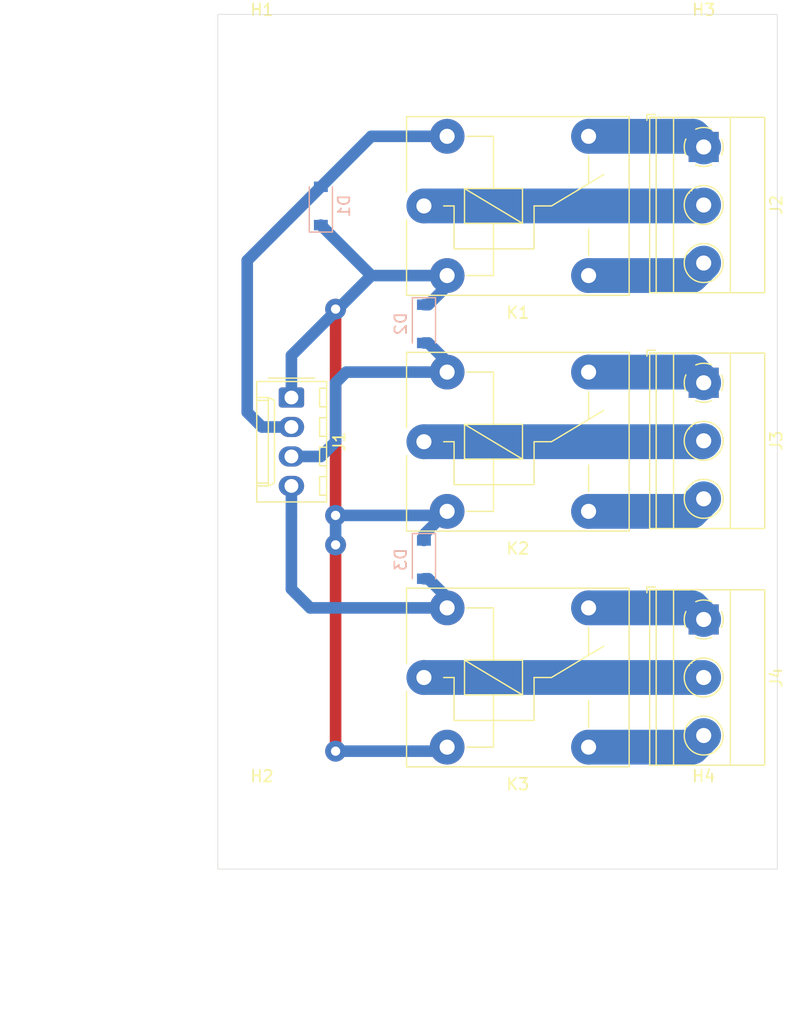
<source format=kicad_pcb>
(kicad_pcb (version 20221018) (generator pcbnew)
  (layers (0 "F.Cu" signal) (31 "B.Cu" signal) (34 "B.Paste" user) (35 "F.Paste" user) (36 "B.SilkS" user "B.Silkscreen") (37 "F.SilkS" user "F.Silkscreen") (38 "B.Mask" user) (39 "F.Mask" user) (44 "Edge.Cuts" user))
  (net 0 "")
  (net 1 "Net-(D1-Pad2)")
  (net 2 "VCC")
  (net 3 "Net-(D2-Pad2)")
  (net 4 "Net-(D3-Pad2)")
  (net 5 "Net-(J2-Pad3)")
  (net 6 "Net-(J2-Pad2)")
  (net 7 "Net-(J2-Pad1)")
  (net 8 "Net-(J3-Pad3)")
  (net 9 "Net-(J3-Pad2)")
  (net 10 "Net-(J3-Pad1)")
  (net 11 "Net-(J4-Pad3)")
  (net 12 "Net-(J4-Pad2)")
  (net 13 "Net-(J4-Pad1)")
  (footprint "TerminalBlock_Phoenix:TerminalBlock_Phoenix_MKDS-1,5-3_1x03_P5.00mm_Horizontal" (layer "F.Cu") (at 118.11 64.77 -90)
    (fp_text reference "J2" (at 5 -6.26 90) (layer "F.SilkS"))
    (fp_text value "Screw_Terminal_01x03")
    (fp_line (start -2.8 4.16) (end -2.8 4.9) (stroke (width 0.12)) (layer "F.SilkS"))
    (fp_line (start -2.8 4.9) (end -2.3 4.9) (stroke (width 0.12)) (layer "F.SilkS"))
    (fp_line (start -2.56 -5.261) (end -2.56 4.66) (stroke (width 0.12)) (layer "F.SilkS"))
    (fp_line (start -2.56 -5.261) (end 12.56 -5.261) (stroke (width 0.12)) (layer "F.SilkS"))
    (fp_line (start -2.56 -2.301) (end 12.56 -2.301) (stroke (width 0.12)) (layer "F.SilkS"))
    (fp_line (start -2.56 2.6) (end 12.56 2.6) (stroke (width 0.12)) (layer "F.SilkS"))
    (fp_line (start -2.56 4.1) (end 12.56 4.1) (stroke (width 0.12)) (layer "F.SilkS"))
    (fp_line (start -2.56 4.66) (end 12.56 4.66) (stroke (width 0.12)) (layer "F.SilkS"))
    (fp_line (start 3.773 1.023) (end 3.726 1.069) (stroke (width 0.12)) (layer "F.SilkS"))
    (fp_line (start 3.966 1.239) (end 3.931 1.274) (stroke (width 0.12)) (layer "F.SilkS"))
    (fp_line (start 6.07 -1.275) (end 6.035 -1.239) (stroke (width 0.12)) (layer "F.SilkS"))
    (fp_line (start 6.275 -1.069) (end 6.228 -1.023) (stroke (width 0.12)) (layer "F.SilkS"))
    (fp_line (start 8.773 1.023) (end 8.726 1.069) (stroke (width 0.12)) (layer "F.SilkS"))
    (fp_line (start 8.966 1.239) (end 8.931 1.274) (stroke (width 0.12)) (layer "F.SilkS"))
    (fp_line (start 11.07 -1.275) (end 11.035 -1.239) (stroke (width 0.12)) (layer "F.SilkS"))
    (fp_line (start 11.275 -1.069) (end 11.228 -1.023) (stroke (width 0.12)) (layer "F.SilkS"))
    (fp_line (start 12.56 -5.261) (end 12.56 4.66) (stroke (width 0.12)) (layer "F.SilkS"))
    (fp_arc (start -1.535427 0.683042) (mid -1.680501 -0.000524) (end -1.535 -0.684) (stroke (width 0.12)) (layer "F.SilkS"))
    (fp_arc (start -0.683042 -1.535427) (mid 0.000524 -1.680501) (end 0.684 -1.535) (stroke (width 0.12)) (layer "F.SilkS"))
    (fp_arc (start 0.028805 1.680253) (mid -0.335551 1.646659) (end -0.684 1.535) (stroke (width 0.12)) (layer "F.SilkS"))
    (fp_arc (start 0.683318 1.534756) (mid 0.349292 1.643288) (end 0 1.68) (stroke (width 0.12)) (layer "F.SilkS"))
    (fp_arc (start 1.535427 -0.683042) (mid 1.680501 0.000524) (end 1.535 0.684) (stroke (width 0.12)) (layer "F.SilkS"))
    (fp_circle (center 5 0) (end 6.68 0) (stroke (width 0.12)) (fill none) (layer "F.SilkS"))
    (fp_circle (center 10 0) (end 11.68 0) (stroke (width 0.12)) (fill none) (layer "F.SilkS"))
    (pad "1" thru_hole rect (at 0 0 270) (size 2.6 2.6) (drill 1.3) (layers "*.Cu" "*.Mask") (net 7 "Net-(J2-Pad1)"))
    (pad "2" thru_hole circle (at 5 0 270) (size 2.6 2.6) (drill 1.3) (layers "*.Cu" "*.Mask") (net 6 "Net-(J2-Pad2)"))
    (pad "3" thru_hole circle (at 10 0 270) (size 2.6 2.6) (drill 1.3) (layers "*.Cu" "*.Mask") (net 5 "Net-(J2-Pad3)"))
  )
  (footprint "TerminalBlock_Phoenix:TerminalBlock_Phoenix_MKDS-1,5-3_1x03_P5.00mm_Horizontal" (layer "F.Cu") (at 118.11 85.09 -90)
    (fp_text reference "J3" (at 5 -6.26 90) (layer "F.SilkS"))
    (fp_text value "Screw_Terminal_01x03")
    (fp_line (start -2.8 4.16) (end -2.8 4.9) (stroke (width 0.12)) (layer "F.SilkS"))
    (fp_line (start -2.8 4.9) (end -2.3 4.9) (stroke (width 0.12)) (layer "F.SilkS"))
    (fp_line (start -2.56 -5.261) (end -2.56 4.66) (stroke (width 0.12)) (layer "F.SilkS"))
    (fp_line (start -2.56 -5.261) (end 12.56 -5.261) (stroke (width 0.12)) (layer "F.SilkS"))
    (fp_line (start -2.56 -2.301) (end 12.56 -2.301) (stroke (width 0.12)) (layer "F.SilkS"))
    (fp_line (start -2.56 2.6) (end 12.56 2.6) (stroke (width 0.12)) (layer "F.SilkS"))
    (fp_line (start -2.56 4.1) (end 12.56 4.1) (stroke (width 0.12)) (layer "F.SilkS"))
    (fp_line (start -2.56 4.66) (end 12.56 4.66) (stroke (width 0.12)) (layer "F.SilkS"))
    (fp_line (start 3.773 1.023) (end 3.726 1.069) (stroke (width 0.12)) (layer "F.SilkS"))
    (fp_line (start 3.966 1.239) (end 3.931 1.274) (stroke (width 0.12)) (layer "F.SilkS"))
    (fp_line (start 6.07 -1.275) (end 6.035 -1.239) (stroke (width 0.12)) (layer "F.SilkS"))
    (fp_line (start 6.275 -1.069) (end 6.228 -1.023) (stroke (width 0.12)) (layer "F.SilkS"))
    (fp_line (start 8.773 1.023) (end 8.726 1.069) (stroke (width 0.12)) (layer "F.SilkS"))
    (fp_line (start 8.966 1.239) (end 8.931 1.274) (stroke (width 0.12)) (layer "F.SilkS"))
    (fp_line (start 11.07 -1.275) (end 11.035 -1.239) (stroke (width 0.12)) (layer "F.SilkS"))
    (fp_line (start 11.275 -1.069) (end 11.228 -1.023) (stroke (width 0.12)) (layer "F.SilkS"))
    (fp_line (start 12.56 -5.261) (end 12.56 4.66) (stroke (width 0.12)) (layer "F.SilkS"))
    (fp_arc (start -1.535427 0.683042) (mid -1.680501 -0.000524) (end -1.535 -0.684) (stroke (width 0.12)) (layer "F.SilkS"))
    (fp_arc (start -0.683042 -1.535427) (mid 0.000524 -1.680501) (end 0.684 -1.535) (stroke (width 0.12)) (layer "F.SilkS"))
    (fp_arc (start 0.028805 1.680253) (mid -0.335551 1.646659) (end -0.684 1.535) (stroke (width 0.12)) (layer "F.SilkS"))
    (fp_arc (start 0.683318 1.534756) (mid 0.349292 1.643288) (end 0 1.68) (stroke (width 0.12)) (layer "F.SilkS"))
    (fp_arc (start 1.535427 -0.683042) (mid 1.680501 0.000524) (end 1.535 0.684) (stroke (width 0.12)) (layer "F.SilkS"))
    (fp_circle (center 5 0) (end 6.68 0) (stroke (width 0.12)) (fill none) (layer "F.SilkS"))
    (fp_circle (center 10 0) (end 11.68 0) (stroke (width 0.12)) (fill none) (layer "F.SilkS"))
    (pad "1" thru_hole rect (at 0 0 270) (size 2.6 2.6) (drill 1.3) (layers "*.Cu" "*.Mask") (net 10 "Net-(J3-Pad1)"))
    (pad "2" thru_hole circle (at 5 0 270) (size 2.6 2.6) (drill 1.3) (layers "*.Cu" "*.Mask") (net 9 "Net-(J3-Pad2)"))
    (pad "3" thru_hole circle (at 10 0 270) (size 2.6 2.6) (drill 1.3) (layers "*.Cu" "*.Mask") (net 8 "Net-(J3-Pad3)"))
  )
  (footprint "TerminalBlock_Phoenix:TerminalBlock_Phoenix_MKDS-1,5-3_1x03_P5.00mm_Horizontal" (layer "F.Cu") (at 118.11 105.49 -90)
    (fp_text reference "J4" (at 5 -6.26 90) (layer "F.SilkS"))
    (fp_text value "Screw_Terminal_01x03")
    (fp_line (start -2.8 4.16) (end -2.8 4.9) (stroke (width 0.12)) (layer "F.SilkS"))
    (fp_line (start -2.8 4.9) (end -2.3 4.9) (stroke (width 0.12)) (layer "F.SilkS"))
    (fp_line (start -2.56 -5.261) (end -2.56 4.66) (stroke (width 0.12)) (layer "F.SilkS"))
    (fp_line (start -2.56 -5.261) (end 12.56 -5.261) (stroke (width 0.12)) (layer "F.SilkS"))
    (fp_line (start -2.56 -2.301) (end 12.56 -2.301) (stroke (width 0.12)) (layer "F.SilkS"))
    (fp_line (start -2.56 2.6) (end 12.56 2.6) (stroke (width 0.12)) (layer "F.SilkS"))
    (fp_line (start -2.56 4.1) (end 12.56 4.1) (stroke (width 0.12)) (layer "F.SilkS"))
    (fp_line (start -2.56 4.66) (end 12.56 4.66) (stroke (width 0.12)) (layer "F.SilkS"))
    (fp_line (start 3.773 1.023) (end 3.726 1.069) (stroke (width 0.12)) (layer "F.SilkS"))
    (fp_line (start 3.966 1.239) (end 3.931 1.274) (stroke (width 0.12)) (layer "F.SilkS"))
    (fp_line (start 6.07 -1.275) (end 6.035 -1.239) (stroke (width 0.12)) (layer "F.SilkS"))
    (fp_line (start 6.275 -1.069) (end 6.228 -1.023) (stroke (width 0.12)) (layer "F.SilkS"))
    (fp_line (start 8.773 1.023) (end 8.726 1.069) (stroke (width 0.12)) (layer "F.SilkS"))
    (fp_line (start 8.966 1.239) (end 8.931 1.274) (stroke (width 0.12)) (layer "F.SilkS"))
    (fp_line (start 11.07 -1.275) (end 11.035 -1.239) (stroke (width 0.12)) (layer "F.SilkS"))
    (fp_line (start 11.275 -1.069) (end 11.228 -1.023) (stroke (width 0.12)) (layer "F.SilkS"))
    (fp_line (start 12.56 -5.261) (end 12.56 4.66) (stroke (width 0.12)) (layer "F.SilkS"))
    (fp_arc (start -1.535427 0.683042) (mid -1.680501 -0.000524) (end -1.535 -0.684) (stroke (width 0.12)) (layer "F.SilkS"))
    (fp_arc (start -0.683042 -1.535427) (mid 0.000524 -1.680501) (end 0.684 -1.535) (stroke (width 0.12)) (layer "F.SilkS"))
    (fp_arc (start 0.028805 1.680253) (mid -0.335551 1.646659) (end -0.684 1.535) (stroke (width 0.12)) (layer "F.SilkS"))
    (fp_arc (start 0.683318 1.534756) (mid 0.349292 1.643288) (end 0 1.68) (stroke (width 0.12)) (layer "F.SilkS"))
    (fp_arc (start 1.535427 -0.683042) (mid 1.680501 0.000524) (end 1.535 0.684) (stroke (width 0.12)) (layer "F.SilkS"))
    (fp_circle (center 5 0) (end 6.68 0) (stroke (width 0.12)) (fill none) (layer "F.SilkS"))
    (fp_circle (center 10 0) (end 11.68 0) (stroke (width 0.12)) (fill none) (layer "F.SilkS"))
    (pad "1" thru_hole rect (at 0 0 270) (size 2.6 2.6) (drill 1.3) (layers "*.Cu" "*.Mask") (net 13 "Net-(J4-Pad1)"))
    (pad "2" thru_hole circle (at 5 0 270) (size 2.6 2.6) (drill 1.3) (layers "*.Cu" "*.Mask") (net 12 "Net-(J4-Pad2)"))
    (pad "3" thru_hole circle (at 10 0 270) (size 2.6 2.6) (drill 1.3) (layers "*.Cu" "*.Mask") (net 11 "Net-(J4-Pad3)"))
  )
  (footprint "Relay_THT:Relay_SPDT_Finder_36.11" (layer "F.Cu") (at 93.98 90.17)
    (fp_text reference "K2" (at 8.1 9.2) (layer "F.SilkS"))
    (fp_text value "LEG-12F")
    (fp_line (start -1.5 -7.7) (end -1.5 -1.2) (stroke (width 0.12)) (layer "F.SilkS"))
    (fp_line (start -1.5 -7.7) (end 17.7 -7.7) (stroke (width 0.12)) (layer "F.SilkS"))
    (fp_line (start -1.5 1.2) (end -1.5 7.7) (stroke (width 0.12)) (layer "F.SilkS"))
    (fp_line (start 2.6 0) (end 1.7 0) (stroke (width 0.12)) (layer "F.SilkS"))
    (fp_line (start 2.6 0) (end 2.6 3.7) (stroke (width 0.12)) (layer "F.SilkS"))
    (fp_line (start 3.5 -1.5) (end 8.5 -1.5) (stroke (width 0.12)) (layer "F.SilkS"))
    (fp_line (start 3.5 1.5) (end 3.5 -1.5) (stroke (width 0.12)) (layer "F.SilkS"))
    (fp_line (start 3.7 6) (end 6 6) (stroke (width 0.12)) (layer "F.SilkS"))
    (fp_line (start 6 -6) (end 3.7 -6) (stroke (width 0.12)) (layer "F.SilkS"))
    (fp_line (start 6 -6) (end 6 -1.5) (stroke (width 0.12)) (layer "F.SilkS"))
    (fp_line (start 6 1.5) (end 6 6) (stroke (width 0.12)) (layer "F.SilkS"))
    (fp_line (start 8.5 -1.5) (end 8.5 1.5) (stroke (width 0.12)) (layer "F.SilkS"))
    (fp_line (start 8.5 1.5) (end 3.5 -1.5) (stroke (width 0.12)) (layer "F.SilkS"))
    (fp_line (start 8.5 1.5) (end 3.5 1.5) (stroke (width 0.12)) (layer "F.SilkS"))
    (fp_line (start 9.5 0) (end 9.5 3.7) (stroke (width 0.12)) (layer "F.SilkS"))
    (fp_line (start 9.5 0) (end 11 0) (stroke (width 0.12)) (layer "F.SilkS"))
    (fp_line (start 9.5 3.7) (end 2.6 3.7) (stroke (width 0.12)) (layer "F.SilkS"))
    (fp_line (start 11 0) (end 15.5 -2.7) (stroke (width 0.12)) (layer "F.SilkS"))
    (fp_line (start 14.2 -4.3) (end 14.2 -2) (stroke (width 0.12)) (layer "F.SilkS"))
    (fp_line (start 14.2 4.3) (end 14.2 2) (stroke (width 0.12)) (layer "F.SilkS"))
    (fp_line (start 17.7 -7.7) (end 17.7 7.7) (stroke (width 0.12)) (layer "F.SilkS"))
    (fp_line (start 17.7 7.7) (end -1.5 7.7) (stroke (width 0.12)) (layer "F.SilkS"))
    (pad "11" thru_hole circle (at 0 0) (size 3 3) (drill 1.3) (layers "*.Cu" "*.Mask") (net 9 "Net-(J3-Pad2)"))
    (pad "12" thru_hole circle (at 14.2 -6) (size 3 3) (drill 1.3) (layers "*.Cu" "*.Mask") (net 10 "Net-(J3-Pad1)"))
    (pad "14" thru_hole circle (at 14.2 6) (size 3 3) (drill 1.3) (layers "*.Cu" "*.Mask") (net 8 "Net-(J3-Pad3)"))
    (pad "A1" thru_hole circle (at 2 6) (size 3 3) (drill 1.3) (layers "*.Cu" "*.Mask") (net 2 "VCC"))
    (pad "A2" thru_hole circle (at 2 -6) (size 3 3) (drill 1.3) (layers "*.Cu" "*.Mask") (net 3 "Net-(D2-Pad2)"))
  )
  (footprint "Connector_Molex:Molex_KK-254_AE-6410-04A_1x04_P2.54mm_Vertical" (layer "F.Cu") (at 82.55 86.36 -90)
    (fp_text reference "J1" (at 3.81 -4.12 90) (layer "F.SilkS"))
    (fp_text value "Conn_01x04")
    (fp_line (start -1.67 -2) (end -1.67 2) (stroke (width 0.12)) (layer "F.SilkS"))
    (fp_line (start -1.38 -3.03) (end -1.38 2.99) (stroke (width 0.12)) (layer "F.SilkS"))
    (fp_line (start -1.38 2.99) (end 9 2.99) (stroke (width 0.12)) (layer "F.SilkS"))
    (fp_line (start -0.8 -3.03) (end -0.8 -2.43) (stroke (width 0.12)) (layer "F.SilkS"))
    (fp_line (start -0.8 -2.43) (end 0.8 -2.43) (stroke (width 0.12)) (layer "F.SilkS"))
    (fp_line (start 0 1.99) (end 0.25 1.46) (stroke (width 0.12)) (layer "F.SilkS"))
    (fp_line (start 0 1.99) (end 7.62 1.99) (stroke (width 0.12)) (layer "F.SilkS"))
    (fp_line (start 0 2.99) (end 0 1.99) (stroke (width 0.12)) (layer "F.SilkS"))
    (fp_line (start 0.25 1.46) (end 7.37 1.46) (stroke (width 0.12)) (layer "F.SilkS"))
    (fp_line (start 0.25 2.99) (end 0.25 1.99) (stroke (width 0.12)) (layer "F.SilkS"))
    (fp_line (start 0.8 -2.43) (end 0.8 -3.03) (stroke (width 0.12)) (layer "F.SilkS"))
    (fp_line (start 1.74 -3.03) (end 1.74 -2.43) (stroke (width 0.12)) (layer "F.SilkS"))
    (fp_line (start 1.74 -2.43) (end 3.34 -2.43) (stroke (width 0.12)) (layer "F.SilkS"))
    (fp_line (start 3.34 -2.43) (end 3.34 -3.03) (stroke (width 0.12)) (layer "F.SilkS"))
    (fp_line (start 4.28 -3.03) (end 4.28 -2.43) (stroke (width 0.12)) (layer "F.SilkS"))
    (fp_line (start 4.28 -2.43) (end 5.88 -2.43) (stroke (width 0.12)) (layer "F.SilkS"))
    (fp_line (start 5.88 -2.43) (end 5.88 -3.03) (stroke (width 0.12)) (layer "F.SilkS"))
    (fp_line (start 6.82 -3.03) (end 6.82 -2.43) (stroke (width 0.12)) (layer "F.SilkS"))
    (fp_line (start 6.82 -2.43) (end 8.42 -2.43) (stroke (width 0.12)) (layer "F.SilkS"))
    (fp_line (start 7.37 1.46) (end 7.62 1.99) (stroke (width 0.12)) (layer "F.SilkS"))
    (fp_line (start 7.37 2.99) (end 7.37 1.99) (stroke (width 0.12)) (layer "F.SilkS"))
    (fp_line (start 7.62 1.99) (end 7.62 2.99) (stroke (width 0.12)) (layer "F.SilkS"))
    (fp_line (start 8.42 -2.43) (end 8.42 -3.03) (stroke (width 0.12)) (layer "F.SilkS"))
    (fp_line (start 9 -3.03) (end -1.38 -3.03) (stroke (width 0.12)) (layer "F.SilkS"))
    (fp_line (start 9 2.99) (end 9 -3.03) (stroke (width 0.12)) (layer "F.SilkS"))
    (pad "1" thru_hole roundrect (at 0 0 270) (size 1.74 2.19) (drill 1.19) (layers "*.Cu" "*.Mask") (roundrect_rratio 0.1436775862) (net 2 "VCC"))
    (pad "2" thru_hole oval (at 2.54 0 270) (size 1.74 2.19) (drill 1.19) (layers "*.Cu" "*.Mask") (net 1 "Net-(D1-Pad2)"))
    (pad "3" thru_hole oval (at 5.08 0 270) (size 1.74 2.19) (drill 1.19) (layers "*.Cu" "*.Mask") (net 3 "Net-(D2-Pad2)"))
    (pad "4" thru_hole oval (at 7.62 0 270) (size 1.74 2.19) (drill 1.19) (layers "*.Cu" "*.Mask") (net 4 "Net-(D3-Pad2)"))
  )
  (footprint "Relay_THT:Relay_SPDT_Finder_36.11" (layer "F.Cu") (at 93.98 69.85)
    (fp_text reference "K1" (at 8.1 9.2) (layer "F.SilkS"))
    (fp_text value "LEG-12F")
    (fp_line (start -1.5 -7.7) (end -1.5 -1.2) (stroke (width 0.12)) (layer "F.SilkS"))
    (fp_line (start -1.5 -7.7) (end 17.7 -7.7) (stroke (width 0.12)) (layer "F.SilkS"))
    (fp_line (start -1.5 1.2) (end -1.5 7.7) (stroke (width 0.12)) (layer "F.SilkS"))
    (fp_line (start 2.6 0) (end 1.7 0) (stroke (width 0.12)) (layer "F.SilkS"))
    (fp_line (start 2.6 0) (end 2.6 3.7) (stroke (width 0.12)) (layer "F.SilkS"))
    (fp_line (start 3.5 -1.5) (end 8.5 -1.5) (stroke (width 0.12)) (layer "F.SilkS"))
    (fp_line (start 3.5 1.5) (end 3.5 -1.5) (stroke (width 0.12)) (layer "F.SilkS"))
    (fp_line (start 3.7 6) (end 6 6) (stroke (width 0.12)) (layer "F.SilkS"))
    (fp_line (start 6 -6) (end 3.7 -6) (stroke (width 0.12)) (layer "F.SilkS"))
    (fp_line (start 6 -6) (end 6 -1.5) (stroke (width 0.12)) (layer "F.SilkS"))
    (fp_line (start 6 1.5) (end 6 6) (stroke (width 0.12)) (layer "F.SilkS"))
    (fp_line (start 8.5 -1.5) (end 8.5 1.5) (stroke (width 0.12)) (layer "F.SilkS"))
    (fp_line (start 8.5 1.5) (end 3.5 -1.5) (stroke (width 0.12)) (layer "F.SilkS"))
    (fp_line (start 8.5 1.5) (end 3.5 1.5) (stroke (width 0.12)) (layer "F.SilkS"))
    (fp_line (start 9.5 0) (end 9.5 3.7) (stroke (width 0.12)) (layer "F.SilkS"))
    (fp_line (start 9.5 0) (end 11 0) (stroke (width 0.12)) (layer "F.SilkS"))
    (fp_line (start 9.5 3.7) (end 2.6 3.7) (stroke (width 0.12)) (layer "F.SilkS"))
    (fp_line (start 11 0) (end 15.5 -2.7) (stroke (width 0.12)) (layer "F.SilkS"))
    (fp_line (start 14.2 -4.3) (end 14.2 -2) (stroke (width 0.12)) (layer "F.SilkS"))
    (fp_line (start 14.2 4.3) (end 14.2 2) (stroke (width 0.12)) (layer "F.SilkS"))
    (fp_line (start 17.7 -7.7) (end 17.7 7.7) (stroke (width 0.12)) (layer "F.SilkS"))
    (fp_line (start 17.7 7.7) (end -1.5 7.7) (stroke (width 0.12)) (layer "F.SilkS"))
    (pad "11" thru_hole circle (at 0 0) (size 3 3) (drill 1.3) (layers "*.Cu" "*.Mask") (net 6 "Net-(J2-Pad2)"))
    (pad "12" thru_hole circle (at 14.2 -6) (size 3 3) (drill 1.3) (layers "*.Cu" "*.Mask") (net 7 "Net-(J2-Pad1)"))
    (pad "14" thru_hole circle (at 14.2 6) (size 3 3) (drill 1.3) (layers "*.Cu" "*.Mask") (net 5 "Net-(J2-Pad3)"))
    (pad "A1" thru_hole circle (at 2 6) (size 3 3) (drill 1.3) (layers "*.Cu" "*.Mask") (net 2 "VCC"))
    (pad "A2" thru_hole circle (at 2 -6) (size 3 3) (drill 1.3) (layers "*.Cu" "*.Mask") (net 1 "Net-(D1-Pad2)"))
  )
  (footprint "Relay_THT:Relay_SPDT_Finder_36.11" (layer "F.Cu") (at 93.98 110.49)
    (fp_text reference "K3" (at 8.1 9.2) (layer "F.SilkS"))
    (fp_text value "LEG-12F")
    (fp_line (start -1.5 -7.7) (end -1.5 -1.2) (stroke (width 0.12)) (layer "F.SilkS"))
    (fp_line (start -1.5 -7.7) (end 17.7 -7.7) (stroke (width 0.12)) (layer "F.SilkS"))
    (fp_line (start -1.5 1.2) (end -1.5 7.7) (stroke (width 0.12)) (layer "F.SilkS"))
    (fp_line (start 2.6 0) (end 1.7 0) (stroke (width 0.12)) (layer "F.SilkS"))
    (fp_line (start 2.6 0) (end 2.6 3.7) (stroke (width 0.12)) (layer "F.SilkS"))
    (fp_line (start 3.5 -1.5) (end 8.5 -1.5) (stroke (width 0.12)) (layer "F.SilkS"))
    (fp_line (start 3.5 1.5) (end 3.5 -1.5) (stroke (width 0.12)) (layer "F.SilkS"))
    (fp_line (start 3.7 6) (end 6 6) (stroke (width 0.12)) (layer "F.SilkS"))
    (fp_line (start 6 -6) (end 3.7 -6) (stroke (width 0.12)) (layer "F.SilkS"))
    (fp_line (start 6 -6) (end 6 -1.5) (stroke (width 0.12)) (layer "F.SilkS"))
    (fp_line (start 6 1.5) (end 6 6) (stroke (width 0.12)) (layer "F.SilkS"))
    (fp_line (start 8.5 -1.5) (end 8.5 1.5) (stroke (width 0.12)) (layer "F.SilkS"))
    (fp_line (start 8.5 1.5) (end 3.5 -1.5) (stroke (width 0.12)) (layer "F.SilkS"))
    (fp_line (start 8.5 1.5) (end 3.5 1.5) (stroke (width 0.12)) (layer "F.SilkS"))
    (fp_line (start 9.5 0) (end 9.5 3.7) (stroke (width 0.12)) (layer "F.SilkS"))
    (fp_line (start 9.5 0) (end 11 0) (stroke (width 0.12)) (layer "F.SilkS"))
    (fp_line (start 9.5 3.7) (end 2.6 3.7) (stroke (width 0.12)) (layer "F.SilkS"))
    (fp_line (start 11 0) (end 15.5 -2.7) (stroke (width 0.12)) (layer "F.SilkS"))
    (fp_line (start 14.2 -4.3) (end 14.2 -2) (stroke (width 0.12)) (layer "F.SilkS"))
    (fp_line (start 14.2 4.3) (end 14.2 2) (stroke (width 0.12)) (layer "F.SilkS"))
    (fp_line (start 17.7 -7.7) (end 17.7 7.7) (stroke (width 0.12)) (layer "F.SilkS"))
    (fp_line (start 17.7 7.7) (end -1.5 7.7) (stroke (width 0.12)) (layer "F.SilkS"))
    (pad "11" thru_hole circle (at 0 0) (size 3 3) (drill 1.3) (layers "*.Cu" "*.Mask") (net 12 "Net-(J4-Pad2)"))
    (pad "12" thru_hole circle (at 14.2 -6) (size 3 3) (drill 1.3) (layers "*.Cu" "*.Mask") (net 13 "Net-(J4-Pad1)"))
    (pad "14" thru_hole circle (at 14.2 6) (size 3 3) (drill 1.3) (layers "*.Cu" "*.Mask") (net 11 "Net-(J4-Pad3)"))
    (pad "A1" thru_hole circle (at 2 6) (size 3 3) (drill 1.3) (layers "*.Cu" "*.Mask") (net 2 "VCC"))
    (pad "A2" thru_hole circle (at 2 -6) (size 3 3) (drill 1.3) (layers "*.Cu" "*.Mask") (net 4 "Net-(D3-Pad2)"))
  )
  (footprint "MountingHole:MountingHole_3.2mm_M3" (layer "F.Cu") (at 80.01 57.15)
    (fp_text reference "H1" (at 0 -4.2) (layer "F.SilkS"))
    (fp_text value "MountingHole")
    (pad "" np_thru_hole circle (at 0 0) (size 3.2 3.2) (drill 3.2) (layers "*.Cu" "*.Mask"))
  )
  (footprint "MountingHole:MountingHole_3.2mm_M3" (layer "F.Cu") (at 80.01 123.19)
    (fp_text reference "H2" (at 0 -4.2) (layer "F.SilkS"))
    (fp_text value "MountingHole")
    (pad "" np_thru_hole circle (at 0 0) (size 3.2 3.2) (drill 3.2) (layers "*.Cu" "*.Mask"))
  )
  (footprint "MountingHole:MountingHole_3.2mm_M3" (layer "F.Cu") (at 118.11 57.15)
    (fp_text reference "H3" (at 0 -4.2) (layer "F.SilkS"))
    (fp_text value "MountingHole")
    (pad "" np_thru_hole circle (at 0 0) (size 3.2 3.2) (drill 3.2) (layers "*.Cu" "*.Mask"))
  )
  (footprint "MountingHole:MountingHole_3.2mm_M3" (layer "F.Cu") (at 118.11 123.19)
    (fp_text reference "H4" (at 0 -4.2) (layer "F.SilkS"))
    (fp_text value "MountingHole")
    (pad "" np_thru_hole circle (at 0 0) (size 3.2 3.2) (drill 3.2) (layers "*.Cu" "*.Mask"))
  )
  (footprint "Diode_SMD:D_SOD-123" (layer "B.Cu") (at 85.09 69.85 90)
    (fp_text reference "D1" (at 0 2 90) (layer "B.SilkS") (effects (justify mirror)))
    (fp_text value "1N4148W")
    (fp_line (start -2.25 -1) (end 1.65 -1) (stroke (width 0.12)) (layer "B.SilkS"))
    (fp_line (start -2.25 1) (end -2.25 -1) (stroke (width 0.12)) (layer "B.SilkS"))
    (fp_line (start -2.25 1) (end 1.65 1) (stroke (width 0.12)) (layer "B.SilkS"))
    (pad "1" smd rect (at -1.65 0 90) (size 0.9 1.2) (layers "B.Cu" "B.Paste" "B.Mask") (net 2 "VCC"))
    (pad "2" smd rect (at 1.65 0 90) (size 0.9 1.2) (layers "B.Cu" "B.Paste" "B.Mask") (net 1 "Net-(D1-Pad2)"))
  )
  (footprint "Diode_SMD:D_SOD-123" (layer "B.Cu") (at 93.98 80.01 -90)
    (fp_text reference "D2" (at 0 2 90) (layer "B.SilkS") (effects (justify mirror)))
    (fp_text value "1N4148W")
    (fp_line (start -2.25 -1) (end 1.65 -1) (stroke (width 0.12)) (layer "B.SilkS"))
    (fp_line (start -2.25 1) (end -2.25 -1) (stroke (width 0.12)) (layer "B.SilkS"))
    (fp_line (start -2.25 1) (end 1.65 1) (stroke (width 0.12)) (layer "B.SilkS"))
    (pad "1" smd rect (at -1.65 0 270) (size 0.9 1.2) (layers "B.Cu" "B.Paste" "B.Mask") (net 2 "VCC"))
    (pad "2" smd rect (at 1.65 0 270) (size 0.9 1.2) (layers "B.Cu" "B.Paste" "B.Mask") (net 3 "Net-(D2-Pad2)"))
  )
  (footprint "Diode_SMD:D_SOD-123" (layer "B.Cu") (at 93.98 100.33 -90)
    (fp_text reference "D3" (at 0 2 270) (layer "B.SilkS") (effects (justify mirror)))
    (fp_text value "1N4148W")
    (fp_line (start -2.25 -1) (end 1.65 -1) (stroke (width 0.12)) (layer "B.SilkS"))
    (fp_line (start -2.25 1) (end -2.25 -1) (stroke (width 0.12)) (layer "B.SilkS"))
    (fp_line (start -2.25 1) (end 1.65 1) (stroke (width 0.12)) (layer "B.SilkS"))
    (pad "1" smd rect (at -1.65 0 270) (size 0.9 1.2) (layers "B.Cu" "B.Paste" "B.Mask") (net 2 "VCC"))
    (pad "2" smd rect (at 1.65 0 270) (size 0.9 1.2) (layers "B.Cu" "B.Paste" "B.Mask") (net 4 "Net-(D3-Pad2)"))
  )
  (gr_line (start 124.46 127) (end 76.2 127) (stroke (width 0.05)) (layer "Edge.Cuts"))
  (gr_line (start 76.2 53.34) (end 124.46 53.34) (stroke (width 0.05)) (layer "Edge.Cuts"))
  (gr_line (start 124.46 53.34) (end 124.46 127) (stroke (width 0.05)) (layer "Edge.Cuts"))
  (gr_line (start 76.2 127) (end 76.2 53.34) (stroke (width 0.05)) (layer "Edge.Cuts"))
  (segment (start 95.98 63.85) (end 89.44 63.85) (width 1) (layer "B.Cu") (net 1))
  (segment (start 78.74 74.55) (end 78.74 87.63) (width 1) (layer "B.Cu") (net 1))
  (segment (start 78.74 87.63) (end 80.01 88.9) (width 1) (layer "B.Cu") (net 1))
  (segment (start 85.09 68.2) (end 78.74 74.55) (width 1) (layer "B.Cu") (net 1))
  (segment (start 89.44 63.85) (end 85.09 68.2) (width 1) (layer "B.Cu") (net 1))
  (segment (start 80.01 88.9) (end 82.55 88.9) (width 1) (layer "B.Cu") (net 1))
  (segment (start 86.36 99.06) (end 86.36 116.84) (width 1) (layer "F.Cu") (net 2))
  (segment (start 86.36 78.74) (end 86.36 96.52) (width 1) (layer "F.Cu") (net 2))
  (via (at 86.36 96.52) (size 1.8) (drill 0.8) (layers "F.Cu" "B.Cu") (net 2))
  (via (at 86.36 99.06) (size 1.8) (drill 0.8) (layers "F.Cu" "B.Cu") (net 2))
  (via (at 86.36 116.84) (size 1.8) (drill 0.8) (layers "F.Cu" "B.Cu") (net 2))
  (via (at 86.36 78.74) (size 1.8) (drill 0.8) (layers "F.Cu" "B.Cu") (net 2))
  (segment (start 93.98 78.36) (end 94.36 78.36) (width 1) (layer "B.Cu") (net 2))
  (segment (start 86.455 78.835) (end 86.36 78.74) (width 1) (layer "B.Cu") (net 2))
  (segment (start 86.455 78.835) (end 89.44 75.85) (width 1) (layer "B.Cu") (net 2))
  (segment (start 82.55 82.74) (end 86.455 78.835) (width 1) (layer "B.Cu") (net 2))
  (segment (start 93.98 98.68) (end 93.98 98.17) (width 1) (layer "B.Cu") (net 2))
  (segment (start 93.98 98.17) (end 95.98 96.17) (width 1) (layer "B.Cu") (net 2))
  (segment (start 86.36 116.84) (end 95.63 116.84) (width 1) (layer "B.Cu") (net 2))
  (segment (start 89.44 75.85) (end 85.09 71.5) (width 1) (layer "B.Cu") (net 2))
  (segment (start 94.36 78.36) (end 95.98 76.74) (width 1) (layer "B.Cu") (net 2))
  (segment (start 95.63 96.52) (end 95.98 96.17) (width 1) (layer "B.Cu") (net 2))
  (segment (start 95.98 75.85) (end 89.44 75.85) (width 1) (layer "B.Cu") (net 2))
  (segment (start 95.98 76.74) (end 95.98 75.85) (width 1) (layer "B.Cu") (net 2))
  (segment (start 86.36 96.52) (end 86.36 99.06) (width 1) (layer "B.Cu") (net 2))
  (segment (start 86.36 96.52) (end 95.63 96.52) (width 1) (layer "B.Cu") (net 2))
  (segment (start 95.63 116.84) (end 95.98 116.49) (width 1) (layer "B.Cu") (net 2))
  (segment (start 82.55 86.36) (end 82.55 83.82) (width 1) (layer "B.Cu") (net 2))
  (segment (start 82.55 83.82) (end 82.55 82.74) (width 1) (layer "B.Cu") (net 2))
  (segment (start 86.36 90.17) (end 86.36 85.09) (width 1) (layer "B.Cu") (net 3))
  (segment (start 86.36 85.09) (end 87.28 84.17) (width 1) (layer "B.Cu") (net 3))
  (segment (start 93.98 81.66) (end 94.36 81.66) (width 1) (layer "B.Cu") (net 3))
  (segment (start 94.36 81.66) (end 95.98 83.28) (width 1) (layer "B.Cu") (net 3))
  (segment (start 95.98 83.28) (end 95.98 84.17) (width 1) (layer "B.Cu") (net 3))
  (segment (start 87.28 84.17) (end 95.98 84.17) (width 1) (layer "B.Cu") (net 3))
  (segment (start 85.09 91.44) (end 86.36 90.17) (width 1) (layer "B.Cu") (net 3))
  (segment (start 82.55 91.44) (end 85.09 91.44) (width 1) (layer "B.Cu") (net 3))
  (segment (start 94.36 101.98) (end 95.98 103.6) (width 1) (layer "B.Cu") (net 4))
  (segment (start 93.98 101.98) (end 94.36 101.98) (width 1) (layer "B.Cu") (net 4))
  (segment (start 82.55 96.52) (end 82.55 93.98) (width 1) (layer "B.Cu") (net 4))
  (segment (start 82.55 102.87) (end 82.55 96.52) (width 1) (layer "B.Cu") (net 4))
  (segment (start 95.98 103.6) (end 95.98 104.49) (width 1) (layer "B.Cu") (net 4))
  (segment (start 95.98 104.49) (end 84.17 104.49) (width 1) (layer "B.Cu") (net 4))
  (segment (start 84.17 104.49) (end 82.55 102.87) (width 1) (layer "B.Cu") (net 4))
  (segment (start 108.18 75.85) (end 117.03 75.85) (width 3) (layer "B.Cu") (net 5))
  (segment (start 117.03 75.85) (end 118.11 74.77) (width 3) (layer "B.Cu") (net 5))
  (segment (start 118.03 69.85) (end 118.11 69.77) (width 3) (layer "B.Cu") (net 6))
  (segment (start 93.98 69.85) (end 118.03 69.85) (width 3) (layer "B.Cu") (net 6))
  (segment (start 117.19 63.85) (end 118.11 64.77) (width 3) (layer "B.Cu") (net 7))
  (segment (start 108.18 63.85) (end 117.19 63.85) (width 3) (layer "B.Cu") (net 7))
  (segment (start 117.03 96.17) (end 118.11 95.09) (width 3) (layer "B.Cu") (net 8))
  (segment (start 108.18 96.17) (end 117.03 96.17) (width 3) (layer "B.Cu") (net 8))
  (segment (start 93.98 90.17) (end 118.03 90.17) (width 3) (layer "B.Cu") (net 9))
  (segment (start 118.03 90.17) (end 118.11 90.09) (width 3) (layer "B.Cu") (net 9))
  (segment (start 117.19 84.17) (end 118.11 85.09) (width 3) (layer "B.Cu") (net 10))
  (segment (start 108.18 84.17) (end 117.19 84.17) (width 3) (layer "B.Cu") (net 10))
  (segment (start 108.18 116.49) (end 117.11 116.49) (width 3) (layer "B.Cu") (net 11))
  (segment (start 117.11 116.49) (end 118.11 115.49) (width 3) (layer "B.Cu") (net 11))
  (segment (start 93.98 110.49) (end 118.11 110.49) (width 3) (layer "B.Cu") (net 12))
  (segment (start 117.11 104.49) (end 118.11 105.49) (width 3) (layer "B.Cu") (net 13))
  (segment (start 108.18 104.49) (end 117.11 104.49) (width 3) (layer "B.Cu") (net 13))
)
</source>
